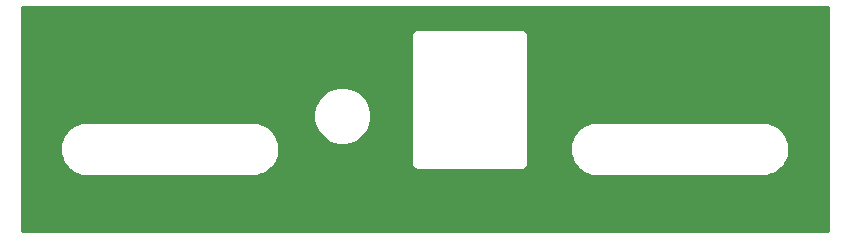
<source format=gbr>
%TF.GenerationSoftware,KiCad,Pcbnew,(5.1.6)-1*%
%TF.CreationDate,2020-11-22T20:04:02-08:00*%
%TF.ProjectId,vgavt1593-back,76676176-7431-4353-9933-2d6261636b2e,rev?*%
%TF.SameCoordinates,Original*%
%TF.FileFunction,Copper,L1,Top*%
%TF.FilePolarity,Positive*%
%FSLAX46Y46*%
G04 Gerber Fmt 4.6, Leading zero omitted, Abs format (unit mm)*
G04 Created by KiCad (PCBNEW (5.1.6)-1) date 2020-11-22 20:04:02*
%MOMM*%
%LPD*%
G01*
G04 APERTURE LIST*
%TA.AperFunction,ViaPad*%
%ADD10C,0.635000*%
%TD*%
%TA.AperFunction,Conductor*%
%ADD11C,0.254000*%
%TD*%
G04 APERTURE END LIST*
D10*
%TO.N,GND*%
X91694000Y-43942000D03*
X91694000Y-26670000D03*
X25146000Y-43942000D03*
X25146000Y-26670000D03*
%TD*%
D11*
%TO.N,GND*%
G36*
X92533000Y-44781000D02*
G01*
X24307000Y-44781000D01*
X24307000Y-37822501D01*
X27535717Y-37822501D01*
X27535974Y-37859299D01*
X27535717Y-37896096D01*
X27536270Y-37901738D01*
X27575133Y-38271492D01*
X27582538Y-38307564D01*
X27589428Y-38343684D01*
X27591066Y-38349111D01*
X27701008Y-38704275D01*
X27715263Y-38738186D01*
X27729052Y-38772314D01*
X27731713Y-38777320D01*
X27908545Y-39104365D01*
X27929135Y-39134890D01*
X27949272Y-39165663D01*
X27952855Y-39170056D01*
X28189844Y-39456526D01*
X28215960Y-39482460D01*
X28241700Y-39508745D01*
X28246068Y-39512359D01*
X28534185Y-39747342D01*
X28564865Y-39767726D01*
X28595197Y-39788495D01*
X28600179Y-39791189D01*
X28600183Y-39791192D01*
X28600187Y-39791194D01*
X28928456Y-39965737D01*
X28962505Y-39979771D01*
X28996298Y-39994255D01*
X29001714Y-39995932D01*
X29357636Y-40103391D01*
X29393728Y-40110538D01*
X29429728Y-40118189D01*
X29435362Y-40118782D01*
X29435366Y-40118782D01*
X29805381Y-40155062D01*
X29805382Y-40155062D01*
X29825059Y-40157000D01*
X43834941Y-40157000D01*
X43836357Y-40156861D01*
X43844437Y-40156804D01*
X43862780Y-40154876D01*
X43881216Y-40154876D01*
X43886854Y-40154284D01*
X44256328Y-40112841D01*
X44292386Y-40105177D01*
X44328418Y-40098042D01*
X44333824Y-40096369D01*
X44333834Y-40096367D01*
X44333843Y-40096363D01*
X44688221Y-39983949D01*
X44722095Y-39969431D01*
X44756064Y-39955429D01*
X44761042Y-39952738D01*
X44761051Y-39952734D01*
X44761058Y-39952729D01*
X45086854Y-39773621D01*
X45117208Y-39752838D01*
X45147865Y-39732469D01*
X45152234Y-39728855D01*
X45437041Y-39489873D01*
X45462782Y-39463588D01*
X45488898Y-39437653D01*
X45492476Y-39433266D01*
X45492481Y-39433261D01*
X45492485Y-39433256D01*
X45725447Y-39143510D01*
X45745591Y-39112726D01*
X45766173Y-39082212D01*
X45768835Y-39077206D01*
X45804523Y-39008940D01*
X57252000Y-39008940D01*
X57253688Y-39026082D01*
X57253678Y-39027572D01*
X57254230Y-39033214D01*
X57256785Y-39057519D01*
X57257875Y-39068589D01*
X57257987Y-39068958D01*
X57259412Y-39082515D01*
X57266819Y-39118600D01*
X57273707Y-39154706D01*
X57275345Y-39160133D01*
X57290004Y-39207488D01*
X57304277Y-39241441D01*
X57318046Y-39275522D01*
X57320707Y-39280528D01*
X57344284Y-39324134D01*
X57364896Y-39354694D01*
X57385015Y-39385438D01*
X57388587Y-39389818D01*
X57388592Y-39389826D01*
X57388598Y-39389832D01*
X57420196Y-39428027D01*
X57446315Y-39453964D01*
X57472053Y-39480246D01*
X57476421Y-39483860D01*
X57514836Y-39515191D01*
X57545529Y-39535583D01*
X57575843Y-39556340D01*
X57580830Y-39559037D01*
X57580835Y-39559040D01*
X57580838Y-39559041D01*
X57624599Y-39582310D01*
X57658665Y-39596352D01*
X57692444Y-39610829D01*
X57697848Y-39612502D01*
X57697857Y-39612506D01*
X57697866Y-39612508D01*
X57745316Y-39626834D01*
X57781383Y-39633976D01*
X57817411Y-39641633D01*
X57823049Y-39642226D01*
X57872385Y-39647063D01*
X57872393Y-39647063D01*
X57892059Y-39649000D01*
X66567941Y-39649000D01*
X66585083Y-39647312D01*
X66586572Y-39647322D01*
X66592214Y-39646770D01*
X66616504Y-39644217D01*
X66627590Y-39643125D01*
X66627960Y-39643013D01*
X66641515Y-39641588D01*
X66677600Y-39634181D01*
X66713706Y-39627293D01*
X66719131Y-39625656D01*
X66719137Y-39625654D01*
X66766488Y-39610996D01*
X66800441Y-39596723D01*
X66834522Y-39582954D01*
X66839528Y-39580293D01*
X66883134Y-39556716D01*
X66913694Y-39536104D01*
X66944438Y-39515985D01*
X66948818Y-39512413D01*
X66948826Y-39512408D01*
X66948832Y-39512402D01*
X66987027Y-39480804D01*
X67012964Y-39454685D01*
X67039246Y-39428947D01*
X67042860Y-39424579D01*
X67074191Y-39386164D01*
X67094583Y-39355471D01*
X67115340Y-39325157D01*
X67118037Y-39320170D01*
X67141310Y-39276401D01*
X67155352Y-39242335D01*
X67169829Y-39208556D01*
X67171502Y-39203152D01*
X67171506Y-39203143D01*
X67171508Y-39203134D01*
X67185834Y-39155684D01*
X67192976Y-39119617D01*
X67200633Y-39083589D01*
X67201226Y-39077951D01*
X67206063Y-39028615D01*
X67206063Y-39028607D01*
X67208000Y-39008941D01*
X67208000Y-37822501D01*
X70715717Y-37822501D01*
X70715974Y-37859299D01*
X70715717Y-37896096D01*
X70716270Y-37901738D01*
X70755133Y-38271492D01*
X70762538Y-38307564D01*
X70769428Y-38343684D01*
X70771066Y-38349111D01*
X70881008Y-38704275D01*
X70895263Y-38738186D01*
X70909052Y-38772314D01*
X70911713Y-38777320D01*
X71088545Y-39104365D01*
X71109135Y-39134890D01*
X71129272Y-39165663D01*
X71132855Y-39170056D01*
X71369844Y-39456526D01*
X71395960Y-39482460D01*
X71421700Y-39508745D01*
X71426068Y-39512359D01*
X71714185Y-39747342D01*
X71744865Y-39767726D01*
X71775197Y-39788495D01*
X71780179Y-39791189D01*
X71780183Y-39791192D01*
X71780187Y-39791194D01*
X72108456Y-39965737D01*
X72142505Y-39979771D01*
X72176298Y-39994255D01*
X72181714Y-39995932D01*
X72537636Y-40103391D01*
X72573728Y-40110538D01*
X72609728Y-40118189D01*
X72615362Y-40118782D01*
X72615366Y-40118782D01*
X72985381Y-40155062D01*
X72985382Y-40155062D01*
X73005059Y-40157000D01*
X87014941Y-40157000D01*
X87016357Y-40156861D01*
X87024437Y-40156804D01*
X87042780Y-40154876D01*
X87061216Y-40154876D01*
X87066854Y-40154284D01*
X87436328Y-40112841D01*
X87472386Y-40105177D01*
X87508418Y-40098042D01*
X87513824Y-40096369D01*
X87513834Y-40096367D01*
X87513843Y-40096363D01*
X87868221Y-39983949D01*
X87902095Y-39969431D01*
X87936064Y-39955429D01*
X87941042Y-39952738D01*
X87941051Y-39952734D01*
X87941058Y-39952729D01*
X88266854Y-39773621D01*
X88297208Y-39752838D01*
X88327865Y-39732469D01*
X88332234Y-39728855D01*
X88617041Y-39489873D01*
X88642782Y-39463588D01*
X88668898Y-39437653D01*
X88672476Y-39433266D01*
X88672481Y-39433261D01*
X88672485Y-39433256D01*
X88905447Y-39143510D01*
X88925591Y-39112726D01*
X88946173Y-39082212D01*
X88948835Y-39077206D01*
X89121083Y-38747725D01*
X89134857Y-38713633D01*
X89149128Y-38679683D01*
X89150767Y-38674256D01*
X89255739Y-38317591D01*
X89262639Y-38281419D01*
X89270032Y-38245401D01*
X89270586Y-38239759D01*
X89304283Y-37869499D01*
X89304026Y-37832702D01*
X89304283Y-37795905D01*
X89303730Y-37790262D01*
X89264867Y-37420508D01*
X89257464Y-37384442D01*
X89250572Y-37348316D01*
X89248934Y-37342889D01*
X89138992Y-36987725D01*
X89124732Y-36953802D01*
X89110948Y-36919686D01*
X89108286Y-36914680D01*
X89108286Y-36914679D01*
X89108283Y-36914675D01*
X88931455Y-36587635D01*
X88910855Y-36557094D01*
X88890728Y-36526337D01*
X88887145Y-36521943D01*
X88650156Y-36235474D01*
X88624040Y-36209540D01*
X88598300Y-36183255D01*
X88593938Y-36179646D01*
X88593932Y-36179640D01*
X88593925Y-36179636D01*
X88305815Y-35944658D01*
X88275150Y-35924284D01*
X88244803Y-35903505D01*
X88239821Y-35900811D01*
X88239817Y-35900808D01*
X88239813Y-35900806D01*
X87911544Y-35726263D01*
X87877495Y-35712229D01*
X87843702Y-35697745D01*
X87838286Y-35696068D01*
X87482363Y-35588608D01*
X87446242Y-35581456D01*
X87410272Y-35573811D01*
X87404636Y-35573218D01*
X87404634Y-35573218D01*
X87034618Y-35536938D01*
X87014941Y-35535000D01*
X73005059Y-35535000D01*
X73003643Y-35535139D01*
X72995563Y-35535196D01*
X72977220Y-35537124D01*
X72958784Y-35537124D01*
X72953146Y-35537716D01*
X72583672Y-35579159D01*
X72547614Y-35586823D01*
X72511582Y-35593958D01*
X72506176Y-35595631D01*
X72506166Y-35595633D01*
X72506157Y-35595637D01*
X72151779Y-35708052D01*
X72117950Y-35722551D01*
X72083936Y-35736571D01*
X72078958Y-35739262D01*
X72078949Y-35739266D01*
X72078942Y-35739271D01*
X71753146Y-35918379D01*
X71722781Y-35939170D01*
X71692135Y-35959532D01*
X71687766Y-35963145D01*
X71402958Y-36202127D01*
X71377182Y-36228448D01*
X71351102Y-36254347D01*
X71347524Y-36258734D01*
X71347519Y-36258739D01*
X71347515Y-36258744D01*
X71114553Y-36548491D01*
X71094393Y-36579298D01*
X71073827Y-36609789D01*
X71071168Y-36614789D01*
X71071165Y-36614793D01*
X71071165Y-36614794D01*
X70898916Y-36944276D01*
X70885104Y-36978462D01*
X70870873Y-37012316D01*
X70869237Y-37017733D01*
X70869233Y-37017743D01*
X70869231Y-37017753D01*
X70764261Y-37374409D01*
X70757358Y-37410595D01*
X70749968Y-37446600D01*
X70749414Y-37452242D01*
X70715717Y-37822501D01*
X67208000Y-37822501D01*
X67208000Y-28301059D01*
X67206313Y-28283926D01*
X67206323Y-28282429D01*
X67205770Y-28276787D01*
X67203218Y-28252504D01*
X67202125Y-28241410D01*
X67202013Y-28241040D01*
X67200588Y-28227485D01*
X67193182Y-28191406D01*
X67186293Y-28155294D01*
X67184655Y-28149867D01*
X67169996Y-28102512D01*
X67155723Y-28068559D01*
X67141954Y-28034478D01*
X67139293Y-28029472D01*
X67115716Y-27985866D01*
X67095136Y-27955354D01*
X67074985Y-27924561D01*
X67071402Y-27920168D01*
X67039803Y-27881972D01*
X67013668Y-27856019D01*
X66987947Y-27829754D01*
X66983584Y-27826144D01*
X66983579Y-27826139D01*
X66983572Y-27826135D01*
X66945163Y-27794809D01*
X66914488Y-27774429D01*
X66884157Y-27753660D01*
X66879171Y-27750963D01*
X66835401Y-27727690D01*
X66801335Y-27713648D01*
X66767556Y-27699171D01*
X66762149Y-27697496D01*
X66762143Y-27697494D01*
X66762137Y-27697493D01*
X66714684Y-27683166D01*
X66678625Y-27676026D01*
X66642590Y-27668367D01*
X66636952Y-27667774D01*
X66587615Y-27662937D01*
X66587607Y-27662937D01*
X66567941Y-27661000D01*
X57892059Y-27661000D01*
X57874926Y-27662687D01*
X57873429Y-27662677D01*
X57867787Y-27663230D01*
X57843504Y-27665782D01*
X57832410Y-27666875D01*
X57832040Y-27666987D01*
X57818485Y-27668412D01*
X57782406Y-27675818D01*
X57746294Y-27682707D01*
X57740867Y-27684345D01*
X57693512Y-27699004D01*
X57659559Y-27713277D01*
X57625478Y-27727046D01*
X57620472Y-27729707D01*
X57576866Y-27753284D01*
X57546354Y-27773864D01*
X57515561Y-27794015D01*
X57511168Y-27797598D01*
X57472972Y-27829197D01*
X57447019Y-27855332D01*
X57420754Y-27881053D01*
X57417145Y-27885415D01*
X57417139Y-27885421D01*
X57417135Y-27885428D01*
X57385809Y-27923837D01*
X57365429Y-27954512D01*
X57344660Y-27984843D01*
X57341963Y-27989829D01*
X57318690Y-28033599D01*
X57304648Y-28067665D01*
X57290171Y-28101444D01*
X57288496Y-28106851D01*
X57288494Y-28106857D01*
X57288494Y-28106859D01*
X57274166Y-28154316D01*
X57267026Y-28190375D01*
X57259367Y-28226410D01*
X57258774Y-28232048D01*
X57253937Y-28281385D01*
X57253937Y-28281403D01*
X57252001Y-28301059D01*
X57252000Y-39008940D01*
X45804523Y-39008940D01*
X45941083Y-38747725D01*
X45954857Y-38713633D01*
X45969128Y-38679683D01*
X45970767Y-38674256D01*
X46075739Y-38317591D01*
X46082639Y-38281419D01*
X46090032Y-38245401D01*
X46090586Y-38239759D01*
X46124283Y-37869499D01*
X46124026Y-37832702D01*
X46124283Y-37795905D01*
X46123730Y-37790262D01*
X46084867Y-37420508D01*
X46077464Y-37384442D01*
X46070572Y-37348316D01*
X46068934Y-37342889D01*
X45958992Y-36987725D01*
X45944732Y-36953802D01*
X45930948Y-36919686D01*
X45928286Y-36914680D01*
X45928286Y-36914679D01*
X45928283Y-36914675D01*
X45751455Y-36587635D01*
X45730855Y-36557094D01*
X45710728Y-36526337D01*
X45707145Y-36521943D01*
X45470156Y-36235474D01*
X45444040Y-36209540D01*
X45418300Y-36183255D01*
X45413938Y-36179646D01*
X45413932Y-36179640D01*
X45413925Y-36179636D01*
X45125815Y-35944658D01*
X45095150Y-35924284D01*
X45064803Y-35903505D01*
X45059821Y-35900811D01*
X45059817Y-35900808D01*
X45059813Y-35900806D01*
X44731544Y-35726263D01*
X44697495Y-35712229D01*
X44663702Y-35697745D01*
X44658286Y-35696068D01*
X44302363Y-35588608D01*
X44266242Y-35581456D01*
X44230272Y-35573811D01*
X44224636Y-35573218D01*
X44224634Y-35573218D01*
X43854618Y-35536938D01*
X43834941Y-35535000D01*
X29825059Y-35535000D01*
X29823643Y-35535139D01*
X29815563Y-35535196D01*
X29797220Y-35537124D01*
X29778784Y-35537124D01*
X29773146Y-35537716D01*
X29403672Y-35579159D01*
X29367614Y-35586823D01*
X29331582Y-35593958D01*
X29326176Y-35595631D01*
X29326166Y-35595633D01*
X29326157Y-35595637D01*
X28971779Y-35708052D01*
X28937950Y-35722551D01*
X28903936Y-35736571D01*
X28898958Y-35739262D01*
X28898949Y-35739266D01*
X28898942Y-35739271D01*
X28573146Y-35918379D01*
X28542781Y-35939170D01*
X28512135Y-35959532D01*
X28507766Y-35963145D01*
X28222958Y-36202127D01*
X28197182Y-36228448D01*
X28171102Y-36254347D01*
X28167524Y-36258734D01*
X28167519Y-36258739D01*
X28167515Y-36258744D01*
X27934553Y-36548491D01*
X27914393Y-36579298D01*
X27893827Y-36609789D01*
X27891168Y-36614789D01*
X27891165Y-36614793D01*
X27891165Y-36614794D01*
X27718916Y-36944276D01*
X27705104Y-36978462D01*
X27690873Y-37012316D01*
X27689237Y-37017733D01*
X27689233Y-37017743D01*
X27689231Y-37017753D01*
X27584261Y-37374409D01*
X27577358Y-37410595D01*
X27569968Y-37446600D01*
X27569414Y-37452242D01*
X27535717Y-37822501D01*
X24307000Y-37822501D01*
X24307000Y-34811074D01*
X48988836Y-34811074D01*
X48988836Y-35292926D01*
X49082841Y-35765520D01*
X49267238Y-36210693D01*
X49534940Y-36611339D01*
X49875661Y-36952060D01*
X50276307Y-37219762D01*
X50721480Y-37404159D01*
X51194074Y-37498164D01*
X51675926Y-37498164D01*
X52148520Y-37404159D01*
X52593693Y-37219762D01*
X52994339Y-36952060D01*
X53335060Y-36611339D01*
X53602762Y-36210693D01*
X53787159Y-35765520D01*
X53881164Y-35292926D01*
X53881164Y-34811074D01*
X53787159Y-34338480D01*
X53602762Y-33893307D01*
X53335060Y-33492661D01*
X52994339Y-33151940D01*
X52593693Y-32884238D01*
X52148520Y-32699841D01*
X51675926Y-32605836D01*
X51194074Y-32605836D01*
X50721480Y-32699841D01*
X50276307Y-32884238D01*
X49875661Y-33151940D01*
X49534940Y-33492661D01*
X49267238Y-33893307D01*
X49082841Y-34338480D01*
X48988836Y-34811074D01*
X24307000Y-34811074D01*
X24307000Y-25831000D01*
X92533001Y-25831000D01*
X92533000Y-44781000D01*
G37*
X92533000Y-44781000D02*
X24307000Y-44781000D01*
X24307000Y-37822501D01*
X27535717Y-37822501D01*
X27535974Y-37859299D01*
X27535717Y-37896096D01*
X27536270Y-37901738D01*
X27575133Y-38271492D01*
X27582538Y-38307564D01*
X27589428Y-38343684D01*
X27591066Y-38349111D01*
X27701008Y-38704275D01*
X27715263Y-38738186D01*
X27729052Y-38772314D01*
X27731713Y-38777320D01*
X27908545Y-39104365D01*
X27929135Y-39134890D01*
X27949272Y-39165663D01*
X27952855Y-39170056D01*
X28189844Y-39456526D01*
X28215960Y-39482460D01*
X28241700Y-39508745D01*
X28246068Y-39512359D01*
X28534185Y-39747342D01*
X28564865Y-39767726D01*
X28595197Y-39788495D01*
X28600179Y-39791189D01*
X28600183Y-39791192D01*
X28600187Y-39791194D01*
X28928456Y-39965737D01*
X28962505Y-39979771D01*
X28996298Y-39994255D01*
X29001714Y-39995932D01*
X29357636Y-40103391D01*
X29393728Y-40110538D01*
X29429728Y-40118189D01*
X29435362Y-40118782D01*
X29435366Y-40118782D01*
X29805381Y-40155062D01*
X29805382Y-40155062D01*
X29825059Y-40157000D01*
X43834941Y-40157000D01*
X43836357Y-40156861D01*
X43844437Y-40156804D01*
X43862780Y-40154876D01*
X43881216Y-40154876D01*
X43886854Y-40154284D01*
X44256328Y-40112841D01*
X44292386Y-40105177D01*
X44328418Y-40098042D01*
X44333824Y-40096369D01*
X44333834Y-40096367D01*
X44333843Y-40096363D01*
X44688221Y-39983949D01*
X44722095Y-39969431D01*
X44756064Y-39955429D01*
X44761042Y-39952738D01*
X44761051Y-39952734D01*
X44761058Y-39952729D01*
X45086854Y-39773621D01*
X45117208Y-39752838D01*
X45147865Y-39732469D01*
X45152234Y-39728855D01*
X45437041Y-39489873D01*
X45462782Y-39463588D01*
X45488898Y-39437653D01*
X45492476Y-39433266D01*
X45492481Y-39433261D01*
X45492485Y-39433256D01*
X45725447Y-39143510D01*
X45745591Y-39112726D01*
X45766173Y-39082212D01*
X45768835Y-39077206D01*
X45804523Y-39008940D01*
X57252000Y-39008940D01*
X57253688Y-39026082D01*
X57253678Y-39027572D01*
X57254230Y-39033214D01*
X57256785Y-39057519D01*
X57257875Y-39068589D01*
X57257987Y-39068958D01*
X57259412Y-39082515D01*
X57266819Y-39118600D01*
X57273707Y-39154706D01*
X57275345Y-39160133D01*
X57290004Y-39207488D01*
X57304277Y-39241441D01*
X57318046Y-39275522D01*
X57320707Y-39280528D01*
X57344284Y-39324134D01*
X57364896Y-39354694D01*
X57385015Y-39385438D01*
X57388587Y-39389818D01*
X57388592Y-39389826D01*
X57388598Y-39389832D01*
X57420196Y-39428027D01*
X57446315Y-39453964D01*
X57472053Y-39480246D01*
X57476421Y-39483860D01*
X57514836Y-39515191D01*
X57545529Y-39535583D01*
X57575843Y-39556340D01*
X57580830Y-39559037D01*
X57580835Y-39559040D01*
X57580838Y-39559041D01*
X57624599Y-39582310D01*
X57658665Y-39596352D01*
X57692444Y-39610829D01*
X57697848Y-39612502D01*
X57697857Y-39612506D01*
X57697866Y-39612508D01*
X57745316Y-39626834D01*
X57781383Y-39633976D01*
X57817411Y-39641633D01*
X57823049Y-39642226D01*
X57872385Y-39647063D01*
X57872393Y-39647063D01*
X57892059Y-39649000D01*
X66567941Y-39649000D01*
X66585083Y-39647312D01*
X66586572Y-39647322D01*
X66592214Y-39646770D01*
X66616504Y-39644217D01*
X66627590Y-39643125D01*
X66627960Y-39643013D01*
X66641515Y-39641588D01*
X66677600Y-39634181D01*
X66713706Y-39627293D01*
X66719131Y-39625656D01*
X66719137Y-39625654D01*
X66766488Y-39610996D01*
X66800441Y-39596723D01*
X66834522Y-39582954D01*
X66839528Y-39580293D01*
X66883134Y-39556716D01*
X66913694Y-39536104D01*
X66944438Y-39515985D01*
X66948818Y-39512413D01*
X66948826Y-39512408D01*
X66948832Y-39512402D01*
X66987027Y-39480804D01*
X67012964Y-39454685D01*
X67039246Y-39428947D01*
X67042860Y-39424579D01*
X67074191Y-39386164D01*
X67094583Y-39355471D01*
X67115340Y-39325157D01*
X67118037Y-39320170D01*
X67141310Y-39276401D01*
X67155352Y-39242335D01*
X67169829Y-39208556D01*
X67171502Y-39203152D01*
X67171506Y-39203143D01*
X67171508Y-39203134D01*
X67185834Y-39155684D01*
X67192976Y-39119617D01*
X67200633Y-39083589D01*
X67201226Y-39077951D01*
X67206063Y-39028615D01*
X67206063Y-39028607D01*
X67208000Y-39008941D01*
X67208000Y-37822501D01*
X70715717Y-37822501D01*
X70715974Y-37859299D01*
X70715717Y-37896096D01*
X70716270Y-37901738D01*
X70755133Y-38271492D01*
X70762538Y-38307564D01*
X70769428Y-38343684D01*
X70771066Y-38349111D01*
X70881008Y-38704275D01*
X70895263Y-38738186D01*
X70909052Y-38772314D01*
X70911713Y-38777320D01*
X71088545Y-39104365D01*
X71109135Y-39134890D01*
X71129272Y-39165663D01*
X71132855Y-39170056D01*
X71369844Y-39456526D01*
X71395960Y-39482460D01*
X71421700Y-39508745D01*
X71426068Y-39512359D01*
X71714185Y-39747342D01*
X71744865Y-39767726D01*
X71775197Y-39788495D01*
X71780179Y-39791189D01*
X71780183Y-39791192D01*
X71780187Y-39791194D01*
X72108456Y-39965737D01*
X72142505Y-39979771D01*
X72176298Y-39994255D01*
X72181714Y-39995932D01*
X72537636Y-40103391D01*
X72573728Y-40110538D01*
X72609728Y-40118189D01*
X72615362Y-40118782D01*
X72615366Y-40118782D01*
X72985381Y-40155062D01*
X72985382Y-40155062D01*
X73005059Y-40157000D01*
X87014941Y-40157000D01*
X87016357Y-40156861D01*
X87024437Y-40156804D01*
X87042780Y-40154876D01*
X87061216Y-40154876D01*
X87066854Y-40154284D01*
X87436328Y-40112841D01*
X87472386Y-40105177D01*
X87508418Y-40098042D01*
X87513824Y-40096369D01*
X87513834Y-40096367D01*
X87513843Y-40096363D01*
X87868221Y-39983949D01*
X87902095Y-39969431D01*
X87936064Y-39955429D01*
X87941042Y-39952738D01*
X87941051Y-39952734D01*
X87941058Y-39952729D01*
X88266854Y-39773621D01*
X88297208Y-39752838D01*
X88327865Y-39732469D01*
X88332234Y-39728855D01*
X88617041Y-39489873D01*
X88642782Y-39463588D01*
X88668898Y-39437653D01*
X88672476Y-39433266D01*
X88672481Y-39433261D01*
X88672485Y-39433256D01*
X88905447Y-39143510D01*
X88925591Y-39112726D01*
X88946173Y-39082212D01*
X88948835Y-39077206D01*
X89121083Y-38747725D01*
X89134857Y-38713633D01*
X89149128Y-38679683D01*
X89150767Y-38674256D01*
X89255739Y-38317591D01*
X89262639Y-38281419D01*
X89270032Y-38245401D01*
X89270586Y-38239759D01*
X89304283Y-37869499D01*
X89304026Y-37832702D01*
X89304283Y-37795905D01*
X89303730Y-37790262D01*
X89264867Y-37420508D01*
X89257464Y-37384442D01*
X89250572Y-37348316D01*
X89248934Y-37342889D01*
X89138992Y-36987725D01*
X89124732Y-36953802D01*
X89110948Y-36919686D01*
X89108286Y-36914680D01*
X89108286Y-36914679D01*
X89108283Y-36914675D01*
X88931455Y-36587635D01*
X88910855Y-36557094D01*
X88890728Y-36526337D01*
X88887145Y-36521943D01*
X88650156Y-36235474D01*
X88624040Y-36209540D01*
X88598300Y-36183255D01*
X88593938Y-36179646D01*
X88593932Y-36179640D01*
X88593925Y-36179636D01*
X88305815Y-35944658D01*
X88275150Y-35924284D01*
X88244803Y-35903505D01*
X88239821Y-35900811D01*
X88239817Y-35900808D01*
X88239813Y-35900806D01*
X87911544Y-35726263D01*
X87877495Y-35712229D01*
X87843702Y-35697745D01*
X87838286Y-35696068D01*
X87482363Y-35588608D01*
X87446242Y-35581456D01*
X87410272Y-35573811D01*
X87404636Y-35573218D01*
X87404634Y-35573218D01*
X87034618Y-35536938D01*
X87014941Y-35535000D01*
X73005059Y-35535000D01*
X73003643Y-35535139D01*
X72995563Y-35535196D01*
X72977220Y-35537124D01*
X72958784Y-35537124D01*
X72953146Y-35537716D01*
X72583672Y-35579159D01*
X72547614Y-35586823D01*
X72511582Y-35593958D01*
X72506176Y-35595631D01*
X72506166Y-35595633D01*
X72506157Y-35595637D01*
X72151779Y-35708052D01*
X72117950Y-35722551D01*
X72083936Y-35736571D01*
X72078958Y-35739262D01*
X72078949Y-35739266D01*
X72078942Y-35739271D01*
X71753146Y-35918379D01*
X71722781Y-35939170D01*
X71692135Y-35959532D01*
X71687766Y-35963145D01*
X71402958Y-36202127D01*
X71377182Y-36228448D01*
X71351102Y-36254347D01*
X71347524Y-36258734D01*
X71347519Y-36258739D01*
X71347515Y-36258744D01*
X71114553Y-36548491D01*
X71094393Y-36579298D01*
X71073827Y-36609789D01*
X71071168Y-36614789D01*
X71071165Y-36614793D01*
X71071165Y-36614794D01*
X70898916Y-36944276D01*
X70885104Y-36978462D01*
X70870873Y-37012316D01*
X70869237Y-37017733D01*
X70869233Y-37017743D01*
X70869231Y-37017753D01*
X70764261Y-37374409D01*
X70757358Y-37410595D01*
X70749968Y-37446600D01*
X70749414Y-37452242D01*
X70715717Y-37822501D01*
X67208000Y-37822501D01*
X67208000Y-28301059D01*
X67206313Y-28283926D01*
X67206323Y-28282429D01*
X67205770Y-28276787D01*
X67203218Y-28252504D01*
X67202125Y-28241410D01*
X67202013Y-28241040D01*
X67200588Y-28227485D01*
X67193182Y-28191406D01*
X67186293Y-28155294D01*
X67184655Y-28149867D01*
X67169996Y-28102512D01*
X67155723Y-28068559D01*
X67141954Y-28034478D01*
X67139293Y-28029472D01*
X67115716Y-27985866D01*
X67095136Y-27955354D01*
X67074985Y-27924561D01*
X67071402Y-27920168D01*
X67039803Y-27881972D01*
X67013668Y-27856019D01*
X66987947Y-27829754D01*
X66983584Y-27826144D01*
X66983579Y-27826139D01*
X66983572Y-27826135D01*
X66945163Y-27794809D01*
X66914488Y-27774429D01*
X66884157Y-27753660D01*
X66879171Y-27750963D01*
X66835401Y-27727690D01*
X66801335Y-27713648D01*
X66767556Y-27699171D01*
X66762149Y-27697496D01*
X66762143Y-27697494D01*
X66762137Y-27697493D01*
X66714684Y-27683166D01*
X66678625Y-27676026D01*
X66642590Y-27668367D01*
X66636952Y-27667774D01*
X66587615Y-27662937D01*
X66587607Y-27662937D01*
X66567941Y-27661000D01*
X57892059Y-27661000D01*
X57874926Y-27662687D01*
X57873429Y-27662677D01*
X57867787Y-27663230D01*
X57843504Y-27665782D01*
X57832410Y-27666875D01*
X57832040Y-27666987D01*
X57818485Y-27668412D01*
X57782406Y-27675818D01*
X57746294Y-27682707D01*
X57740867Y-27684345D01*
X57693512Y-27699004D01*
X57659559Y-27713277D01*
X57625478Y-27727046D01*
X57620472Y-27729707D01*
X57576866Y-27753284D01*
X57546354Y-27773864D01*
X57515561Y-27794015D01*
X57511168Y-27797598D01*
X57472972Y-27829197D01*
X57447019Y-27855332D01*
X57420754Y-27881053D01*
X57417145Y-27885415D01*
X57417139Y-27885421D01*
X57417135Y-27885428D01*
X57385809Y-27923837D01*
X57365429Y-27954512D01*
X57344660Y-27984843D01*
X57341963Y-27989829D01*
X57318690Y-28033599D01*
X57304648Y-28067665D01*
X57290171Y-28101444D01*
X57288496Y-28106851D01*
X57288494Y-28106857D01*
X57288494Y-28106859D01*
X57274166Y-28154316D01*
X57267026Y-28190375D01*
X57259367Y-28226410D01*
X57258774Y-28232048D01*
X57253937Y-28281385D01*
X57253937Y-28281403D01*
X57252001Y-28301059D01*
X57252000Y-39008940D01*
X45804523Y-39008940D01*
X45941083Y-38747725D01*
X45954857Y-38713633D01*
X45969128Y-38679683D01*
X45970767Y-38674256D01*
X46075739Y-38317591D01*
X46082639Y-38281419D01*
X46090032Y-38245401D01*
X46090586Y-38239759D01*
X46124283Y-37869499D01*
X46124026Y-37832702D01*
X46124283Y-37795905D01*
X46123730Y-37790262D01*
X46084867Y-37420508D01*
X46077464Y-37384442D01*
X46070572Y-37348316D01*
X46068934Y-37342889D01*
X45958992Y-36987725D01*
X45944732Y-36953802D01*
X45930948Y-36919686D01*
X45928286Y-36914680D01*
X45928286Y-36914679D01*
X45928283Y-36914675D01*
X45751455Y-36587635D01*
X45730855Y-36557094D01*
X45710728Y-36526337D01*
X45707145Y-36521943D01*
X45470156Y-36235474D01*
X45444040Y-36209540D01*
X45418300Y-36183255D01*
X45413938Y-36179646D01*
X45413932Y-36179640D01*
X45413925Y-36179636D01*
X45125815Y-35944658D01*
X45095150Y-35924284D01*
X45064803Y-35903505D01*
X45059821Y-35900811D01*
X45059817Y-35900808D01*
X45059813Y-35900806D01*
X44731544Y-35726263D01*
X44697495Y-35712229D01*
X44663702Y-35697745D01*
X44658286Y-35696068D01*
X44302363Y-35588608D01*
X44266242Y-35581456D01*
X44230272Y-35573811D01*
X44224636Y-35573218D01*
X44224634Y-35573218D01*
X43854618Y-35536938D01*
X43834941Y-35535000D01*
X29825059Y-35535000D01*
X29823643Y-35535139D01*
X29815563Y-35535196D01*
X29797220Y-35537124D01*
X29778784Y-35537124D01*
X29773146Y-35537716D01*
X29403672Y-35579159D01*
X29367614Y-35586823D01*
X29331582Y-35593958D01*
X29326176Y-35595631D01*
X29326166Y-35595633D01*
X29326157Y-35595637D01*
X28971779Y-35708052D01*
X28937950Y-35722551D01*
X28903936Y-35736571D01*
X28898958Y-35739262D01*
X28898949Y-35739266D01*
X28898942Y-35739271D01*
X28573146Y-35918379D01*
X28542781Y-35939170D01*
X28512135Y-35959532D01*
X28507766Y-35963145D01*
X28222958Y-36202127D01*
X28197182Y-36228448D01*
X28171102Y-36254347D01*
X28167524Y-36258734D01*
X28167519Y-36258739D01*
X28167515Y-36258744D01*
X27934553Y-36548491D01*
X27914393Y-36579298D01*
X27893827Y-36609789D01*
X27891168Y-36614789D01*
X27891165Y-36614793D01*
X27891165Y-36614794D01*
X27718916Y-36944276D01*
X27705104Y-36978462D01*
X27690873Y-37012316D01*
X27689237Y-37017733D01*
X27689233Y-37017743D01*
X27689231Y-37017753D01*
X27584261Y-37374409D01*
X27577358Y-37410595D01*
X27569968Y-37446600D01*
X27569414Y-37452242D01*
X27535717Y-37822501D01*
X24307000Y-37822501D01*
X24307000Y-34811074D01*
X48988836Y-34811074D01*
X48988836Y-35292926D01*
X49082841Y-35765520D01*
X49267238Y-36210693D01*
X49534940Y-36611339D01*
X49875661Y-36952060D01*
X50276307Y-37219762D01*
X50721480Y-37404159D01*
X51194074Y-37498164D01*
X51675926Y-37498164D01*
X52148520Y-37404159D01*
X52593693Y-37219762D01*
X52994339Y-36952060D01*
X53335060Y-36611339D01*
X53602762Y-36210693D01*
X53787159Y-35765520D01*
X53881164Y-35292926D01*
X53881164Y-34811074D01*
X53787159Y-34338480D01*
X53602762Y-33893307D01*
X53335060Y-33492661D01*
X52994339Y-33151940D01*
X52593693Y-32884238D01*
X52148520Y-32699841D01*
X51675926Y-32605836D01*
X51194074Y-32605836D01*
X50721480Y-32699841D01*
X50276307Y-32884238D01*
X49875661Y-33151940D01*
X49534940Y-33492661D01*
X49267238Y-33893307D01*
X49082841Y-34338480D01*
X48988836Y-34811074D01*
X24307000Y-34811074D01*
X24307000Y-25831000D01*
X92533001Y-25831000D01*
X92533000Y-44781000D01*
%TD*%
M02*

</source>
